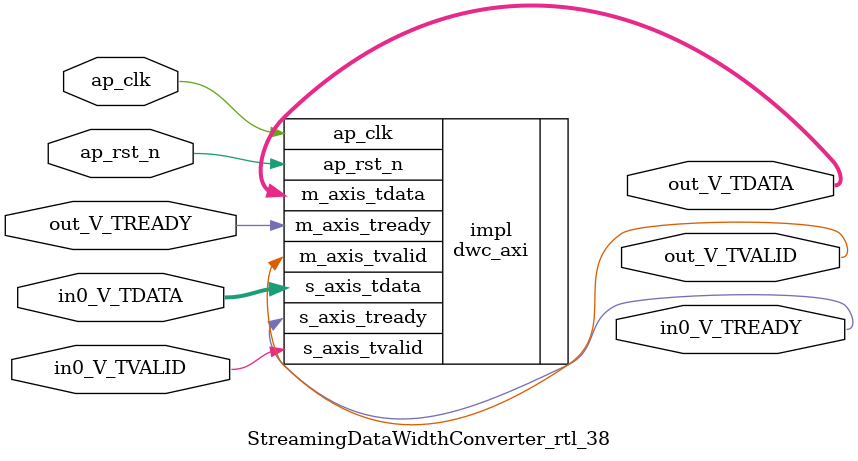
<source format=v>
/******************************************************************************
 * Copyright (C) 2023, Advanced Micro Devices, Inc.
 * All rights reserved.
 *
 * Redistribution and use in source and binary forms, with or without
 * modification, are permitted provided that the following conditions are met:
 *
 *  1. Redistributions of source code must retain the above copyright notice,
 *     this list of conditions and the following disclaimer.
 *
 *  2. Redistributions in binary form must reproduce the above copyright
 *     notice, this list of conditions and the following disclaimer in the
 *     documentation and/or other materials provided with the distribution.
 *
 *  3. Neither the name of the copyright holder nor the names of its
 *     contributors may be used to endorse or promote products derived from
 *     this software without specific prior written permission.
 *
 * THIS SOFTWARE IS PROVIDED BY THE COPYRIGHT HOLDERS AND CONTRIBUTORS "AS IS"
 * AND ANY EXPRESS OR IMPLIED WARRANTIES, INCLUDING, BUT NOT LIMITED TO,
 * THE IMPLIED WARRANTIES OF MERCHANTABILITY AND FITNESS FOR A PARTICULAR
 * PURPOSE ARE DISCLAIMED. IN NO EVENT SHALL THE COPYRIGHT HOLDER OR
 * CONTRIBUTORS BE LIABLE FOR ANY DIRECT, INDIRECT, INCIDENTAL, SPECIAL,
 * EXEMPLARY, OR CONSEQUENTIAL DAMAGES (INCLUDING, BUT NOT LIMITED TO,
 * PROCUREMENT OF SUBSTITUTE GOODS OR SERVICES; LOSS OF USE, DATA, OR PROFITS;
 * OR BUSINESS INTERRUPTION). HOWEVER CAUSED AND ON ANY THEORY OF LIABILITY,
 * WHETHER IN CONTRACT, STRICT LIABILITY, OR TORT (INCLUDING NEGLIGENCE OR
 * OTHERWISE) ARISING IN ANY WAY OUT OF THE USE OF THIS SOFTWARE, EVEN IF
 * ADVISED OF THE POSSIBILITY OF SUCH DAMAGE.
 *****************************************************************************/

module StreamingDataWidthConverter_rtl_38 #(
	parameter  IBITS = 16,
	parameter  OBITS = 256,

	parameter  AXI_IBITS = (IBITS+7)/8 * 8,
	parameter  AXI_OBITS = (OBITS+7)/8 * 8
)(
	//- Global Control ------------------
	(* X_INTERFACE_INFO = "xilinx.com:signal:clock:1.0 ap_clk CLK" *)
	(* X_INTERFACE_PARAMETER = "ASSOCIATED_BUSIF in0_V:out_V, ASSOCIATED_RESET ap_rst_n" *)
	input	ap_clk,
	(* X_INTERFACE_PARAMETER = "POLARITY ACTIVE_LOW" *)
	input	ap_rst_n,

	//- AXI Stream - Input --------------
	output	in0_V_TREADY,
	input	in0_V_TVALID,
	input	[AXI_IBITS-1:0]  in0_V_TDATA,

	//- AXI Stream - Output -------------
	input	out_V_TREADY,
	output	out_V_TVALID,
	output	[AXI_OBITS-1:0]  out_V_TDATA
);

	dwc_axi #(
		.IBITS(IBITS),
		.OBITS(OBITS)
	) impl (
		.ap_clk(ap_clk),
		.ap_rst_n(ap_rst_n),
		.s_axis_tready(in0_V_TREADY),
		.s_axis_tvalid(in0_V_TVALID),
		.s_axis_tdata(in0_V_TDATA),
		.m_axis_tready(out_V_TREADY),
		.m_axis_tvalid(out_V_TVALID),
		.m_axis_tdata(out_V_TDATA)
	);

endmodule

</source>
